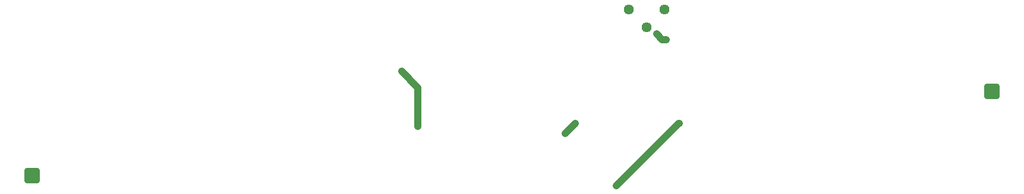
<source format=gbr>
%TF.GenerationSoftware,KiCad,Pcbnew,9.0.3*%
%TF.CreationDate,2025-07-20T02:49:58+05:30*%
%TF.ProjectId,BUCK CONVERTER FINAL,4255434b-2043-44f4-9e56-455254455220,rev?*%
%TF.SameCoordinates,Original*%
%TF.FileFunction,Copper,L2,Bot*%
%TF.FilePolarity,Positive*%
%FSLAX46Y46*%
G04 Gerber Fmt 4.6, Leading zero omitted, Abs format (unit mm)*
G04 Created by KiCad (PCBNEW 9.0.3) date 2025-07-20 02:49:58*
%MOMM*%
%LPD*%
G01*
G04 APERTURE LIST*
G04 Aperture macros list*
%AMRoundRect*
0 Rectangle with rounded corners*
0 $1 Rounding radius*
0 $2 $3 $4 $5 $6 $7 $8 $9 X,Y pos of 4 corners*
0 Add a 4 corners polygon primitive as box body*
4,1,4,$2,$3,$4,$5,$6,$7,$8,$9,$2,$3,0*
0 Add four circle primitives for the rounded corners*
1,1,$1+$1,$2,$3*
1,1,$1+$1,$4,$5*
1,1,$1+$1,$6,$7*
1,1,$1+$1,$8,$9*
0 Add four rect primitives between the rounded corners*
20,1,$1+$1,$2,$3,$4,$5,0*
20,1,$1+$1,$4,$5,$6,$7,0*
20,1,$1+$1,$6,$7,$8,$9,0*
20,1,$1+$1,$8,$9,$2,$3,0*%
G04 Aperture macros list end*
%TA.AperFunction,ComponentPad*%
%ADD10C,1.440000*%
%TD*%
%TA.AperFunction,ComponentPad*%
%ADD11RoundRect,0.250000X-0.825000X-0.825000X0.825000X-0.825000X0.825000X0.825000X-0.825000X0.825000X0*%
%TD*%
%TA.AperFunction,ViaPad*%
%ADD12C,0.600000*%
%TD*%
%TA.AperFunction,Conductor*%
%ADD13C,1.000000*%
%TD*%
G04 APERTURE END LIST*
D10*
%TO.P,R2,1*%
%TO.N,Net-(U1-FB)*%
X160940000Y-78920000D03*
%TO.P,R2,2*%
%TO.N,Net-(J2-Pin_1)*%
X158400000Y-81460000D03*
%TO.P,R2,3*%
%TO.N,N/C*%
X155860000Y-78920000D03*
%TD*%
D11*
%TO.P,J2,1,Pin_1*%
%TO.N,Net-(J2-Pin_1)*%
X207600000Y-90600000D03*
%TD*%
%TO.P,J1,1,Pin_1*%
%TO.N,Net-(J1-Pin_1)*%
X70800000Y-102600000D03*
%TD*%
D12*
%TO.N,Net-(D1-K)*%
X123470589Y-87750000D03*
%TO.N,Net-(J2-Pin_1)*%
X161200000Y-83200000D03*
%TO.N,Net-(U1-FB)*%
X146775735Y-96624265D03*
%TO.N,Net-(J2-Pin_1)*%
X159800000Y-82400000D03*
%TO.N,Net-(D1-K)*%
X125800000Y-95600000D03*
%TO.N,Net-(U1-FB)*%
X148200000Y-95200000D03*
%TO.N,Net-(D1-K)*%
X154044620Y-104094946D03*
X163000000Y-95200000D03*
%TD*%
D13*
%TO.N,Net-(D1-K)*%
X154044620Y-104094946D02*
X162939566Y-95200000D01*
%TO.N,Net-(J2-Pin_1)*%
X160600000Y-83200000D02*
X159800000Y-82400000D01*
X161200000Y-83200000D02*
X160600000Y-83200000D01*
%TO.N,Net-(U1-FB)*%
X146775735Y-96624265D02*
X148200000Y-95200000D01*
%TO.N,Net-(D1-K)*%
X125800000Y-90079411D02*
X123470589Y-87750000D01*
X125800000Y-95600000D02*
X125800000Y-90079411D01*
X162939566Y-95200000D02*
X163000000Y-95200000D01*
%TD*%
M02*

</source>
